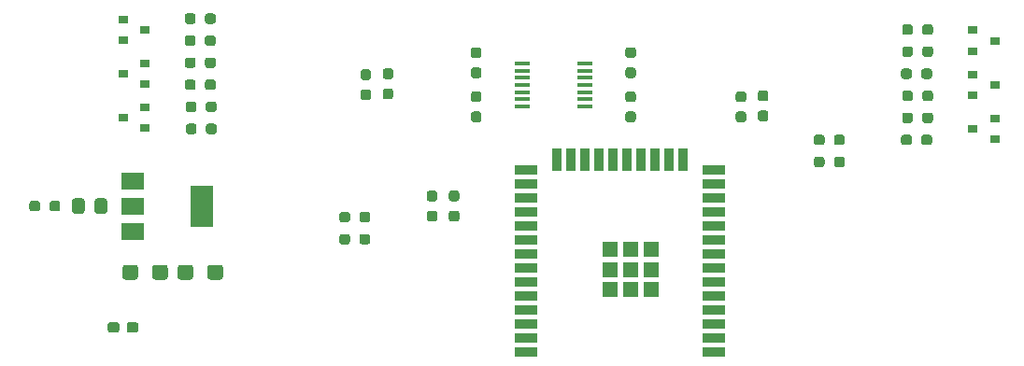
<source format=gbr>
G04 #@! TF.GenerationSoftware,KiCad,Pcbnew,(5.1.10)-1*
G04 #@! TF.CreationDate,2021-07-07T16:36:37+09:00*
G04 #@! TF.ProjectId,driver,64726976-6572-42e6-9b69-6361645f7063,rev?*
G04 #@! TF.SameCoordinates,Original*
G04 #@! TF.FileFunction,Paste,Top*
G04 #@! TF.FilePolarity,Positive*
%FSLAX46Y46*%
G04 Gerber Fmt 4.6, Leading zero omitted, Abs format (unit mm)*
G04 Created by KiCad (PCBNEW (5.1.10)-1) date 2021-07-07 16:36:37*
%MOMM*%
%LPD*%
G01*
G04 APERTURE LIST*
%ADD10R,1.330000X1.330000*%
%ADD11R,2.000000X0.900000*%
%ADD12R,0.900000X2.000000*%
%ADD13R,0.900000X0.800000*%
%ADD14R,2.000000X3.800000*%
%ADD15R,2.000000X1.500000*%
%ADD16R,1.473200X0.355600*%
G04 APERTURE END LIST*
D10*
X54665000Y-23925000D03*
X56500000Y-23925000D03*
X58335000Y-23925000D03*
X54665000Y-25760000D03*
X56500000Y-25760000D03*
X58335000Y-25760000D03*
X54665000Y-27595000D03*
X56500000Y-27595000D03*
X58335000Y-27595000D03*
D11*
X47000000Y-33260000D03*
X47000000Y-31990000D03*
X47000000Y-30720000D03*
X47000000Y-29450000D03*
X47000000Y-28180000D03*
X47000000Y-26910000D03*
X47000000Y-25640000D03*
X47000000Y-24370000D03*
X47000000Y-23100000D03*
X47000000Y-21830000D03*
X47000000Y-20560000D03*
X47000000Y-19290000D03*
X47000000Y-18020000D03*
X47000000Y-16750000D03*
D12*
X49785000Y-15750000D03*
X51055000Y-15750000D03*
X52325000Y-15750000D03*
X53595000Y-15750000D03*
X54865000Y-15750000D03*
X56135000Y-15750000D03*
X57405000Y-15750000D03*
X58675000Y-15750000D03*
X59945000Y-15750000D03*
X61215000Y-15750000D03*
D11*
X64000000Y-16750000D03*
X64000000Y-18020000D03*
X64000000Y-19290000D03*
X64000000Y-20560000D03*
X64000000Y-21830000D03*
X64000000Y-23100000D03*
X64000000Y-24370000D03*
X64000000Y-25640000D03*
X64000000Y-26910000D03*
X64000000Y-28180000D03*
X64000000Y-29450000D03*
X64000000Y-30720000D03*
X64000000Y-31990000D03*
X64000000Y-33260000D03*
G36*
G01*
X13150000Y-26425001D02*
X13150000Y-25574999D01*
G75*
G02*
X13399999Y-25325000I249999J0D01*
G01*
X14300001Y-25325000D01*
G75*
G02*
X14550000Y-25574999I0J-249999D01*
G01*
X14550000Y-26425001D01*
G75*
G02*
X14300001Y-26675000I-249999J0D01*
G01*
X13399999Y-26675000D01*
G75*
G02*
X13150000Y-26425001I0J249999D01*
G01*
G37*
G36*
G01*
X10450000Y-26425001D02*
X10450000Y-25574999D01*
G75*
G02*
X10699999Y-25325000I249999J0D01*
G01*
X11600001Y-25325000D01*
G75*
G02*
X11850000Y-25574999I0J-249999D01*
G01*
X11850000Y-26425001D01*
G75*
G02*
X11600001Y-26675000I-249999J0D01*
G01*
X10699999Y-26675000D01*
G75*
G02*
X10450000Y-26425001I0J249999D01*
G01*
G37*
G36*
G01*
X19550000Y-25574999D02*
X19550000Y-26425001D01*
G75*
G02*
X19300001Y-26675000I-249999J0D01*
G01*
X18399999Y-26675000D01*
G75*
G02*
X18150000Y-26425001I0J249999D01*
G01*
X18150000Y-25574999D01*
G75*
G02*
X18399999Y-25325000I249999J0D01*
G01*
X19300001Y-25325000D01*
G75*
G02*
X19550000Y-25574999I0J-249999D01*
G01*
G37*
G36*
G01*
X16850000Y-25574999D02*
X16850000Y-26425001D01*
G75*
G02*
X16600001Y-26675000I-249999J0D01*
G01*
X15699999Y-26675000D01*
G75*
G02*
X15450000Y-26425001I0J249999D01*
G01*
X15450000Y-25574999D01*
G75*
G02*
X15699999Y-25325000I249999J0D01*
G01*
X16600001Y-25325000D01*
G75*
G02*
X16850000Y-25574999I0J-249999D01*
G01*
G37*
G36*
G01*
X9100000Y-31237500D02*
X9100000Y-30762500D01*
G75*
G02*
X9337500Y-30525000I237500J0D01*
G01*
X9937500Y-30525000D01*
G75*
G02*
X10175000Y-30762500I0J-237500D01*
G01*
X10175000Y-31237500D01*
G75*
G02*
X9937500Y-31475000I-237500J0D01*
G01*
X9337500Y-31475000D01*
G75*
G02*
X9100000Y-31237500I0J237500D01*
G01*
G37*
G36*
G01*
X10825000Y-31237500D02*
X10825000Y-30762500D01*
G75*
G02*
X11062500Y-30525000I237500J0D01*
G01*
X11662500Y-30525000D01*
G75*
G02*
X11900000Y-30762500I0J-237500D01*
G01*
X11900000Y-31237500D01*
G75*
G02*
X11662500Y-31475000I-237500J0D01*
G01*
X11062500Y-31475000D01*
G75*
G02*
X10825000Y-31237500I0J237500D01*
G01*
G37*
G36*
G01*
X5875000Y-20450001D02*
X5875000Y-19549999D01*
G75*
G02*
X6124999Y-19300000I249999J0D01*
G01*
X6775001Y-19300000D01*
G75*
G02*
X7025000Y-19549999I0J-249999D01*
G01*
X7025000Y-20450001D01*
G75*
G02*
X6775001Y-20700000I-249999J0D01*
G01*
X6124999Y-20700000D01*
G75*
G02*
X5875000Y-20450001I0J249999D01*
G01*
G37*
G36*
G01*
X7925000Y-20450001D02*
X7925000Y-19549999D01*
G75*
G02*
X8174999Y-19300000I249999J0D01*
G01*
X8825001Y-19300000D01*
G75*
G02*
X9075000Y-19549999I0J-249999D01*
G01*
X9075000Y-20450001D01*
G75*
G02*
X8825001Y-20700000I-249999J0D01*
G01*
X8174999Y-20700000D01*
G75*
G02*
X7925000Y-20450001I0J249999D01*
G01*
G37*
D13*
X89500000Y-9000000D03*
X87500000Y-9950000D03*
X87500000Y-8050000D03*
X87500000Y-13000000D03*
X89500000Y-12050000D03*
X89500000Y-13950000D03*
X12500000Y-8950000D03*
X12500000Y-7050000D03*
X10500000Y-8000000D03*
X10500000Y-3050000D03*
X10500000Y-4950000D03*
X12500000Y-4000000D03*
X89500000Y-5000000D03*
X87500000Y-5950000D03*
X87500000Y-4050000D03*
X12500000Y-12950000D03*
X12500000Y-11050000D03*
X10500000Y-12000000D03*
G36*
G01*
X30100000Y-21237500D02*
X30100000Y-20762500D01*
G75*
G02*
X30337500Y-20525000I237500J0D01*
G01*
X30837500Y-20525000D01*
G75*
G02*
X31075000Y-20762500I0J-237500D01*
G01*
X31075000Y-21237500D01*
G75*
G02*
X30837500Y-21475000I-237500J0D01*
G01*
X30337500Y-21475000D01*
G75*
G02*
X30100000Y-21237500I0J237500D01*
G01*
G37*
G36*
G01*
X31925000Y-21237500D02*
X31925000Y-20762500D01*
G75*
G02*
X32162500Y-20525000I237500J0D01*
G01*
X32662500Y-20525000D01*
G75*
G02*
X32900000Y-20762500I0J-237500D01*
G01*
X32900000Y-21237500D01*
G75*
G02*
X32662500Y-21475000I-237500J0D01*
G01*
X32162500Y-21475000D01*
G75*
G02*
X31925000Y-21237500I0J237500D01*
G01*
G37*
G36*
G01*
X2987500Y-19762500D02*
X2987500Y-20237500D01*
G75*
G02*
X2750000Y-20475000I-237500J0D01*
G01*
X2250000Y-20475000D01*
G75*
G02*
X2012500Y-20237500I0J237500D01*
G01*
X2012500Y-19762500D01*
G75*
G02*
X2250000Y-19525000I237500J0D01*
G01*
X2750000Y-19525000D01*
G75*
G02*
X2987500Y-19762500I0J-237500D01*
G01*
G37*
G36*
G01*
X4812500Y-19762500D02*
X4812500Y-20237500D01*
G75*
G02*
X4575000Y-20475000I-237500J0D01*
G01*
X4075000Y-20475000D01*
G75*
G02*
X3837500Y-20237500I0J237500D01*
G01*
X3837500Y-19762500D01*
G75*
G02*
X4075000Y-19525000I237500J0D01*
G01*
X4575000Y-19525000D01*
G75*
G02*
X4812500Y-19762500I0J-237500D01*
G01*
G37*
G36*
G01*
X31925000Y-23237500D02*
X31925000Y-22762500D01*
G75*
G02*
X32162500Y-22525000I237500J0D01*
G01*
X32662500Y-22525000D01*
G75*
G02*
X32900000Y-22762500I0J-237500D01*
G01*
X32900000Y-23237500D01*
G75*
G02*
X32662500Y-23475000I-237500J0D01*
G01*
X32162500Y-23475000D01*
G75*
G02*
X31925000Y-23237500I0J237500D01*
G01*
G37*
G36*
G01*
X30100000Y-23237500D02*
X30100000Y-22762500D01*
G75*
G02*
X30337500Y-22525000I237500J0D01*
G01*
X30837500Y-22525000D01*
G75*
G02*
X31075000Y-22762500I0J-237500D01*
G01*
X31075000Y-23237500D01*
G75*
G02*
X30837500Y-23475000I-237500J0D01*
G01*
X30337500Y-23475000D01*
G75*
G02*
X30100000Y-23237500I0J237500D01*
G01*
G37*
G36*
G01*
X75900000Y-15762500D02*
X75900000Y-16237500D01*
G75*
G02*
X75662500Y-16475000I-237500J0D01*
G01*
X75162500Y-16475000D01*
G75*
G02*
X74925000Y-16237500I0J237500D01*
G01*
X74925000Y-15762500D01*
G75*
G02*
X75162500Y-15525000I237500J0D01*
G01*
X75662500Y-15525000D01*
G75*
G02*
X75900000Y-15762500I0J-237500D01*
G01*
G37*
G36*
G01*
X74075000Y-15762500D02*
X74075000Y-16237500D01*
G75*
G02*
X73837500Y-16475000I-237500J0D01*
G01*
X73337500Y-16475000D01*
G75*
G02*
X73100000Y-16237500I0J237500D01*
G01*
X73100000Y-15762500D01*
G75*
G02*
X73337500Y-15525000I237500J0D01*
G01*
X73837500Y-15525000D01*
G75*
G02*
X74075000Y-15762500I0J-237500D01*
G01*
G37*
G36*
G01*
X73100000Y-14237500D02*
X73100000Y-13762500D01*
G75*
G02*
X73337500Y-13525000I237500J0D01*
G01*
X73837500Y-13525000D01*
G75*
G02*
X74075000Y-13762500I0J-237500D01*
G01*
X74075000Y-14237500D01*
G75*
G02*
X73837500Y-14475000I-237500J0D01*
G01*
X73337500Y-14475000D01*
G75*
G02*
X73100000Y-14237500I0J237500D01*
G01*
G37*
G36*
G01*
X74925000Y-14237500D02*
X74925000Y-13762500D01*
G75*
G02*
X75162500Y-13525000I237500J0D01*
G01*
X75662500Y-13525000D01*
G75*
G02*
X75900000Y-13762500I0J-237500D01*
G01*
X75900000Y-14237500D01*
G75*
G02*
X75662500Y-14475000I-237500J0D01*
G01*
X75162500Y-14475000D01*
G75*
G02*
X74925000Y-14237500I0J237500D01*
G01*
G37*
G36*
G01*
X81987500Y-7762500D02*
X81987500Y-8237500D01*
G75*
G02*
X81750000Y-8475000I-237500J0D01*
G01*
X81250000Y-8475000D01*
G75*
G02*
X81012500Y-8237500I0J237500D01*
G01*
X81012500Y-7762500D01*
G75*
G02*
X81250000Y-7525000I237500J0D01*
G01*
X81750000Y-7525000D01*
G75*
G02*
X81987500Y-7762500I0J-237500D01*
G01*
G37*
G36*
G01*
X83812500Y-7762500D02*
X83812500Y-8237500D01*
G75*
G02*
X83575000Y-8475000I-237500J0D01*
G01*
X83075000Y-8475000D01*
G75*
G02*
X82837500Y-8237500I0J237500D01*
G01*
X82837500Y-7762500D01*
G75*
G02*
X83075000Y-7525000I237500J0D01*
G01*
X83575000Y-7525000D01*
G75*
G02*
X83812500Y-7762500I0J-237500D01*
G01*
G37*
G36*
G01*
X81100000Y-10237500D02*
X81100000Y-9762500D01*
G75*
G02*
X81337500Y-9525000I237500J0D01*
G01*
X81837500Y-9525000D01*
G75*
G02*
X82075000Y-9762500I0J-237500D01*
G01*
X82075000Y-10237500D01*
G75*
G02*
X81837500Y-10475000I-237500J0D01*
G01*
X81337500Y-10475000D01*
G75*
G02*
X81100000Y-10237500I0J237500D01*
G01*
G37*
G36*
G01*
X82925000Y-10237500D02*
X82925000Y-9762500D01*
G75*
G02*
X83162500Y-9525000I237500J0D01*
G01*
X83662500Y-9525000D01*
G75*
G02*
X83900000Y-9762500I0J-237500D01*
G01*
X83900000Y-10237500D01*
G75*
G02*
X83662500Y-10475000I-237500J0D01*
G01*
X83162500Y-10475000D01*
G75*
G02*
X82925000Y-10237500I0J237500D01*
G01*
G37*
G36*
G01*
X83812500Y-13762500D02*
X83812500Y-14237500D01*
G75*
G02*
X83575000Y-14475000I-237500J0D01*
G01*
X83075000Y-14475000D01*
G75*
G02*
X82837500Y-14237500I0J237500D01*
G01*
X82837500Y-13762500D01*
G75*
G02*
X83075000Y-13525000I237500J0D01*
G01*
X83575000Y-13525000D01*
G75*
G02*
X83812500Y-13762500I0J-237500D01*
G01*
G37*
G36*
G01*
X81987500Y-13762500D02*
X81987500Y-14237500D01*
G75*
G02*
X81750000Y-14475000I-237500J0D01*
G01*
X81250000Y-14475000D01*
G75*
G02*
X81012500Y-14237500I0J237500D01*
G01*
X81012500Y-13762500D01*
G75*
G02*
X81250000Y-13525000I237500J0D01*
G01*
X81750000Y-13525000D01*
G75*
G02*
X81987500Y-13762500I0J-237500D01*
G01*
G37*
G36*
G01*
X16100000Y-9237500D02*
X16100000Y-8762500D01*
G75*
G02*
X16337500Y-8525000I237500J0D01*
G01*
X16837500Y-8525000D01*
G75*
G02*
X17075000Y-8762500I0J-237500D01*
G01*
X17075000Y-9237500D01*
G75*
G02*
X16837500Y-9475000I-237500J0D01*
G01*
X16337500Y-9475000D01*
G75*
G02*
X16100000Y-9237500I0J237500D01*
G01*
G37*
G36*
G01*
X17925000Y-9237500D02*
X17925000Y-8762500D01*
G75*
G02*
X18162500Y-8525000I237500J0D01*
G01*
X18662500Y-8525000D01*
G75*
G02*
X18900000Y-8762500I0J-237500D01*
G01*
X18900000Y-9237500D01*
G75*
G02*
X18662500Y-9475000I-237500J0D01*
G01*
X18162500Y-9475000D01*
G75*
G02*
X17925000Y-9237500I0J237500D01*
G01*
G37*
G36*
G01*
X82925000Y-12237500D02*
X82925000Y-11762500D01*
G75*
G02*
X83162500Y-11525000I237500J0D01*
G01*
X83662500Y-11525000D01*
G75*
G02*
X83900000Y-11762500I0J-237500D01*
G01*
X83900000Y-12237500D01*
G75*
G02*
X83662500Y-12475000I-237500J0D01*
G01*
X83162500Y-12475000D01*
G75*
G02*
X82925000Y-12237500I0J237500D01*
G01*
G37*
G36*
G01*
X81100000Y-12237500D02*
X81100000Y-11762500D01*
G75*
G02*
X81337500Y-11525000I237500J0D01*
G01*
X81837500Y-11525000D01*
G75*
G02*
X82075000Y-11762500I0J-237500D01*
G01*
X82075000Y-12237500D01*
G75*
G02*
X81837500Y-12475000I-237500J0D01*
G01*
X81337500Y-12475000D01*
G75*
G02*
X81100000Y-12237500I0J237500D01*
G01*
G37*
G36*
G01*
X34737500Y-8487500D02*
X34262500Y-8487500D01*
G75*
G02*
X34025000Y-8250000I0J237500D01*
G01*
X34025000Y-7750000D01*
G75*
G02*
X34262500Y-7512500I237500J0D01*
G01*
X34737500Y-7512500D01*
G75*
G02*
X34975000Y-7750000I0J-237500D01*
G01*
X34975000Y-8250000D01*
G75*
G02*
X34737500Y-8487500I-237500J0D01*
G01*
G37*
G36*
G01*
X34737500Y-10312500D02*
X34262500Y-10312500D01*
G75*
G02*
X34025000Y-10075000I0J237500D01*
G01*
X34025000Y-9575000D01*
G75*
G02*
X34262500Y-9337500I237500J0D01*
G01*
X34737500Y-9337500D01*
G75*
G02*
X34975000Y-9575000I0J-237500D01*
G01*
X34975000Y-10075000D01*
G75*
G02*
X34737500Y-10312500I-237500J0D01*
G01*
G37*
G36*
G01*
X17075000Y-6762500D02*
X17075000Y-7237500D01*
G75*
G02*
X16837500Y-7475000I-237500J0D01*
G01*
X16337500Y-7475000D01*
G75*
G02*
X16100000Y-7237500I0J237500D01*
G01*
X16100000Y-6762500D01*
G75*
G02*
X16337500Y-6525000I237500J0D01*
G01*
X16837500Y-6525000D01*
G75*
G02*
X17075000Y-6762500I0J-237500D01*
G01*
G37*
G36*
G01*
X18900000Y-6762500D02*
X18900000Y-7237500D01*
G75*
G02*
X18662500Y-7475000I-237500J0D01*
G01*
X18162500Y-7475000D01*
G75*
G02*
X17925000Y-7237500I0J237500D01*
G01*
X17925000Y-6762500D01*
G75*
G02*
X18162500Y-6525000I237500J0D01*
G01*
X18662500Y-6525000D01*
G75*
G02*
X18900000Y-6762500I0J-237500D01*
G01*
G37*
G36*
G01*
X32737500Y-10400000D02*
X32262500Y-10400000D01*
G75*
G02*
X32025000Y-10162500I0J237500D01*
G01*
X32025000Y-9662500D01*
G75*
G02*
X32262500Y-9425000I237500J0D01*
G01*
X32737500Y-9425000D01*
G75*
G02*
X32975000Y-9662500I0J-237500D01*
G01*
X32975000Y-10162500D01*
G75*
G02*
X32737500Y-10400000I-237500J0D01*
G01*
G37*
G36*
G01*
X32737500Y-8575000D02*
X32262500Y-8575000D01*
G75*
G02*
X32025000Y-8337500I0J237500D01*
G01*
X32025000Y-7837500D01*
G75*
G02*
X32262500Y-7600000I237500J0D01*
G01*
X32737500Y-7600000D01*
G75*
G02*
X32975000Y-7837500I0J-237500D01*
G01*
X32975000Y-8337500D01*
G75*
G02*
X32737500Y-8575000I-237500J0D01*
G01*
G37*
G36*
G01*
X16100000Y-3237500D02*
X16100000Y-2762500D01*
G75*
G02*
X16337500Y-2525000I237500J0D01*
G01*
X16837500Y-2525000D01*
G75*
G02*
X17075000Y-2762500I0J-237500D01*
G01*
X17075000Y-3237500D01*
G75*
G02*
X16837500Y-3475000I-237500J0D01*
G01*
X16337500Y-3475000D01*
G75*
G02*
X16100000Y-3237500I0J237500D01*
G01*
G37*
G36*
G01*
X17925000Y-3237500D02*
X17925000Y-2762500D01*
G75*
G02*
X18162500Y-2525000I237500J0D01*
G01*
X18662500Y-2525000D01*
G75*
G02*
X18900000Y-2762500I0J-237500D01*
G01*
X18900000Y-3237500D01*
G75*
G02*
X18662500Y-3475000I-237500J0D01*
G01*
X18162500Y-3475000D01*
G75*
G02*
X17925000Y-3237500I0J237500D01*
G01*
G37*
G36*
G01*
X83900000Y-3762500D02*
X83900000Y-4237500D01*
G75*
G02*
X83662500Y-4475000I-237500J0D01*
G01*
X83162500Y-4475000D01*
G75*
G02*
X82925000Y-4237500I0J237500D01*
G01*
X82925000Y-3762500D01*
G75*
G02*
X83162500Y-3525000I237500J0D01*
G01*
X83662500Y-3525000D01*
G75*
G02*
X83900000Y-3762500I0J-237500D01*
G01*
G37*
G36*
G01*
X82075000Y-3762500D02*
X82075000Y-4237500D01*
G75*
G02*
X81837500Y-4475000I-237500J0D01*
G01*
X81337500Y-4475000D01*
G75*
G02*
X81100000Y-4237500I0J237500D01*
G01*
X81100000Y-3762500D01*
G75*
G02*
X81337500Y-3525000I237500J0D01*
G01*
X81837500Y-3525000D01*
G75*
G02*
X82075000Y-3762500I0J-237500D01*
G01*
G37*
G36*
G01*
X17075000Y-4762500D02*
X17075000Y-5237500D01*
G75*
G02*
X16837500Y-5475000I-237500J0D01*
G01*
X16337500Y-5475000D01*
G75*
G02*
X16100000Y-5237500I0J237500D01*
G01*
X16100000Y-4762500D01*
G75*
G02*
X16337500Y-4525000I237500J0D01*
G01*
X16837500Y-4525000D01*
G75*
G02*
X17075000Y-4762500I0J-237500D01*
G01*
G37*
G36*
G01*
X18900000Y-4762500D02*
X18900000Y-5237500D01*
G75*
G02*
X18662500Y-5475000I-237500J0D01*
G01*
X18162500Y-5475000D01*
G75*
G02*
X17925000Y-5237500I0J237500D01*
G01*
X17925000Y-4762500D01*
G75*
G02*
X18162500Y-4525000I237500J0D01*
G01*
X18662500Y-4525000D01*
G75*
G02*
X18900000Y-4762500I0J-237500D01*
G01*
G37*
G36*
G01*
X81100000Y-6237500D02*
X81100000Y-5762500D01*
G75*
G02*
X81337500Y-5525000I237500J0D01*
G01*
X81837500Y-5525000D01*
G75*
G02*
X82075000Y-5762500I0J-237500D01*
G01*
X82075000Y-6237500D01*
G75*
G02*
X81837500Y-6475000I-237500J0D01*
G01*
X81337500Y-6475000D01*
G75*
G02*
X81100000Y-6237500I0J237500D01*
G01*
G37*
G36*
G01*
X82925000Y-6237500D02*
X82925000Y-5762500D01*
G75*
G02*
X83162500Y-5525000I237500J0D01*
G01*
X83662500Y-5525000D01*
G75*
G02*
X83900000Y-5762500I0J-237500D01*
G01*
X83900000Y-6237500D01*
G75*
G02*
X83662500Y-6475000I-237500J0D01*
G01*
X83162500Y-6475000D01*
G75*
G02*
X82925000Y-6237500I0J237500D01*
G01*
G37*
G36*
G01*
X40737500Y-19575000D02*
X40262500Y-19575000D01*
G75*
G02*
X40025000Y-19337500I0J237500D01*
G01*
X40025000Y-18837500D01*
G75*
G02*
X40262500Y-18600000I237500J0D01*
G01*
X40737500Y-18600000D01*
G75*
G02*
X40975000Y-18837500I0J-237500D01*
G01*
X40975000Y-19337500D01*
G75*
G02*
X40737500Y-19575000I-237500J0D01*
G01*
G37*
G36*
G01*
X40737500Y-21400000D02*
X40262500Y-21400000D01*
G75*
G02*
X40025000Y-21162500I0J237500D01*
G01*
X40025000Y-20662500D01*
G75*
G02*
X40262500Y-20425000I237500J0D01*
G01*
X40737500Y-20425000D01*
G75*
G02*
X40975000Y-20662500I0J-237500D01*
G01*
X40975000Y-21162500D01*
G75*
G02*
X40737500Y-21400000I-237500J0D01*
G01*
G37*
G36*
G01*
X16187500Y-13237500D02*
X16187500Y-12762500D01*
G75*
G02*
X16425000Y-12525000I237500J0D01*
G01*
X16925000Y-12525000D01*
G75*
G02*
X17162500Y-12762500I0J-237500D01*
G01*
X17162500Y-13237500D01*
G75*
G02*
X16925000Y-13475000I-237500J0D01*
G01*
X16425000Y-13475000D01*
G75*
G02*
X16187500Y-13237500I0J237500D01*
G01*
G37*
G36*
G01*
X18012500Y-13237500D02*
X18012500Y-12762500D01*
G75*
G02*
X18250000Y-12525000I237500J0D01*
G01*
X18750000Y-12525000D01*
G75*
G02*
X18987500Y-12762500I0J-237500D01*
G01*
X18987500Y-13237500D01*
G75*
G02*
X18750000Y-13475000I-237500J0D01*
G01*
X18250000Y-13475000D01*
G75*
G02*
X18012500Y-13237500I0J237500D01*
G01*
G37*
G36*
G01*
X18987500Y-10762500D02*
X18987500Y-11237500D01*
G75*
G02*
X18750000Y-11475000I-237500J0D01*
G01*
X18250000Y-11475000D01*
G75*
G02*
X18012500Y-11237500I0J237500D01*
G01*
X18012500Y-10762500D01*
G75*
G02*
X18250000Y-10525000I237500J0D01*
G01*
X18750000Y-10525000D01*
G75*
G02*
X18987500Y-10762500I0J-237500D01*
G01*
G37*
G36*
G01*
X17162500Y-10762500D02*
X17162500Y-11237500D01*
G75*
G02*
X16925000Y-11475000I-237500J0D01*
G01*
X16425000Y-11475000D01*
G75*
G02*
X16187500Y-11237500I0J237500D01*
G01*
X16187500Y-10762500D01*
G75*
G02*
X16425000Y-10525000I237500J0D01*
G01*
X16925000Y-10525000D01*
G75*
G02*
X17162500Y-10762500I0J-237500D01*
G01*
G37*
G36*
G01*
X56262500Y-11425000D02*
X56737500Y-11425000D01*
G75*
G02*
X56975000Y-11662500I0J-237500D01*
G01*
X56975000Y-12162500D01*
G75*
G02*
X56737500Y-12400000I-237500J0D01*
G01*
X56262500Y-12400000D01*
G75*
G02*
X56025000Y-12162500I0J237500D01*
G01*
X56025000Y-11662500D01*
G75*
G02*
X56262500Y-11425000I237500J0D01*
G01*
G37*
G36*
G01*
X56262500Y-9600000D02*
X56737500Y-9600000D01*
G75*
G02*
X56975000Y-9837500I0J-237500D01*
G01*
X56975000Y-10337500D01*
G75*
G02*
X56737500Y-10575000I-237500J0D01*
G01*
X56262500Y-10575000D01*
G75*
G02*
X56025000Y-10337500I0J237500D01*
G01*
X56025000Y-9837500D01*
G75*
G02*
X56262500Y-9600000I237500J0D01*
G01*
G37*
G36*
G01*
X56737500Y-6575000D02*
X56262500Y-6575000D01*
G75*
G02*
X56025000Y-6337500I0J237500D01*
G01*
X56025000Y-5837500D01*
G75*
G02*
X56262500Y-5600000I237500J0D01*
G01*
X56737500Y-5600000D01*
G75*
G02*
X56975000Y-5837500I0J-237500D01*
G01*
X56975000Y-6337500D01*
G75*
G02*
X56737500Y-6575000I-237500J0D01*
G01*
G37*
G36*
G01*
X56737500Y-8400000D02*
X56262500Y-8400000D01*
G75*
G02*
X56025000Y-8162500I0J237500D01*
G01*
X56025000Y-7662500D01*
G75*
G02*
X56262500Y-7425000I237500J0D01*
G01*
X56737500Y-7425000D01*
G75*
G02*
X56975000Y-7662500I0J-237500D01*
G01*
X56975000Y-8162500D01*
G75*
G02*
X56737500Y-8400000I-237500J0D01*
G01*
G37*
G36*
G01*
X38737500Y-19575000D02*
X38262500Y-19575000D01*
G75*
G02*
X38025000Y-19337500I0J237500D01*
G01*
X38025000Y-18837500D01*
G75*
G02*
X38262500Y-18600000I237500J0D01*
G01*
X38737500Y-18600000D01*
G75*
G02*
X38975000Y-18837500I0J-237500D01*
G01*
X38975000Y-19337500D01*
G75*
G02*
X38737500Y-19575000I-237500J0D01*
G01*
G37*
G36*
G01*
X38737500Y-21400000D02*
X38262500Y-21400000D01*
G75*
G02*
X38025000Y-21162500I0J237500D01*
G01*
X38025000Y-20662500D01*
G75*
G02*
X38262500Y-20425000I237500J0D01*
G01*
X38737500Y-20425000D01*
G75*
G02*
X38975000Y-20662500I0J-237500D01*
G01*
X38975000Y-21162500D01*
G75*
G02*
X38737500Y-21400000I-237500J0D01*
G01*
G37*
G36*
G01*
X42262500Y-9600000D02*
X42737500Y-9600000D01*
G75*
G02*
X42975000Y-9837500I0J-237500D01*
G01*
X42975000Y-10337500D01*
G75*
G02*
X42737500Y-10575000I-237500J0D01*
G01*
X42262500Y-10575000D01*
G75*
G02*
X42025000Y-10337500I0J237500D01*
G01*
X42025000Y-9837500D01*
G75*
G02*
X42262500Y-9600000I237500J0D01*
G01*
G37*
G36*
G01*
X42262500Y-11425000D02*
X42737500Y-11425000D01*
G75*
G02*
X42975000Y-11662500I0J-237500D01*
G01*
X42975000Y-12162500D01*
G75*
G02*
X42737500Y-12400000I-237500J0D01*
G01*
X42262500Y-12400000D01*
G75*
G02*
X42025000Y-12162500I0J237500D01*
G01*
X42025000Y-11662500D01*
G75*
G02*
X42262500Y-11425000I237500J0D01*
G01*
G37*
G36*
G01*
X42737500Y-8400000D02*
X42262500Y-8400000D01*
G75*
G02*
X42025000Y-8162500I0J237500D01*
G01*
X42025000Y-7662500D01*
G75*
G02*
X42262500Y-7425000I237500J0D01*
G01*
X42737500Y-7425000D01*
G75*
G02*
X42975000Y-7662500I0J-237500D01*
G01*
X42975000Y-8162500D01*
G75*
G02*
X42737500Y-8400000I-237500J0D01*
G01*
G37*
G36*
G01*
X42737500Y-6575000D02*
X42262500Y-6575000D01*
G75*
G02*
X42025000Y-6337500I0J237500D01*
G01*
X42025000Y-5837500D01*
G75*
G02*
X42262500Y-5600000I237500J0D01*
G01*
X42737500Y-5600000D01*
G75*
G02*
X42975000Y-5837500I0J-237500D01*
G01*
X42975000Y-6337500D01*
G75*
G02*
X42737500Y-6575000I-237500J0D01*
G01*
G37*
G36*
G01*
X66737500Y-12400000D02*
X66262500Y-12400000D01*
G75*
G02*
X66025000Y-12162500I0J237500D01*
G01*
X66025000Y-11662500D01*
G75*
G02*
X66262500Y-11425000I237500J0D01*
G01*
X66737500Y-11425000D01*
G75*
G02*
X66975000Y-11662500I0J-237500D01*
G01*
X66975000Y-12162500D01*
G75*
G02*
X66737500Y-12400000I-237500J0D01*
G01*
G37*
G36*
G01*
X66737500Y-10575000D02*
X66262500Y-10575000D01*
G75*
G02*
X66025000Y-10337500I0J237500D01*
G01*
X66025000Y-9837500D01*
G75*
G02*
X66262500Y-9600000I237500J0D01*
G01*
X66737500Y-9600000D01*
G75*
G02*
X66975000Y-9837500I0J-237500D01*
G01*
X66975000Y-10337500D01*
G75*
G02*
X66737500Y-10575000I-237500J0D01*
G01*
G37*
G36*
G01*
X68737500Y-10487500D02*
X68262500Y-10487500D01*
G75*
G02*
X68025000Y-10250000I0J237500D01*
G01*
X68025000Y-9750000D01*
G75*
G02*
X68262500Y-9512500I237500J0D01*
G01*
X68737500Y-9512500D01*
G75*
G02*
X68975000Y-9750000I0J-237500D01*
G01*
X68975000Y-10250000D01*
G75*
G02*
X68737500Y-10487500I-237500J0D01*
G01*
G37*
G36*
G01*
X68737500Y-12312500D02*
X68262500Y-12312500D01*
G75*
G02*
X68025000Y-12075000I0J237500D01*
G01*
X68025000Y-11575000D01*
G75*
G02*
X68262500Y-11337500I237500J0D01*
G01*
X68737500Y-11337500D01*
G75*
G02*
X68975000Y-11575000I0J-237500D01*
G01*
X68975000Y-12075000D01*
G75*
G02*
X68737500Y-12312500I-237500J0D01*
G01*
G37*
D14*
X17650000Y-20000000D03*
D15*
X11350000Y-20000000D03*
X11350000Y-22300000D03*
X11350000Y-17700000D03*
D16*
X52319400Y-10955800D03*
X52319400Y-10295400D03*
X52319400Y-9660400D03*
X52319400Y-9000000D03*
X52319400Y-8339600D03*
X52319400Y-7704600D03*
X52319400Y-7044200D03*
X46680600Y-7044200D03*
X46680600Y-7704600D03*
X46680600Y-8339600D03*
X46680600Y-9000000D03*
X46680600Y-9660400D03*
X46680600Y-10295400D03*
X46680600Y-10955800D03*
M02*

</source>
